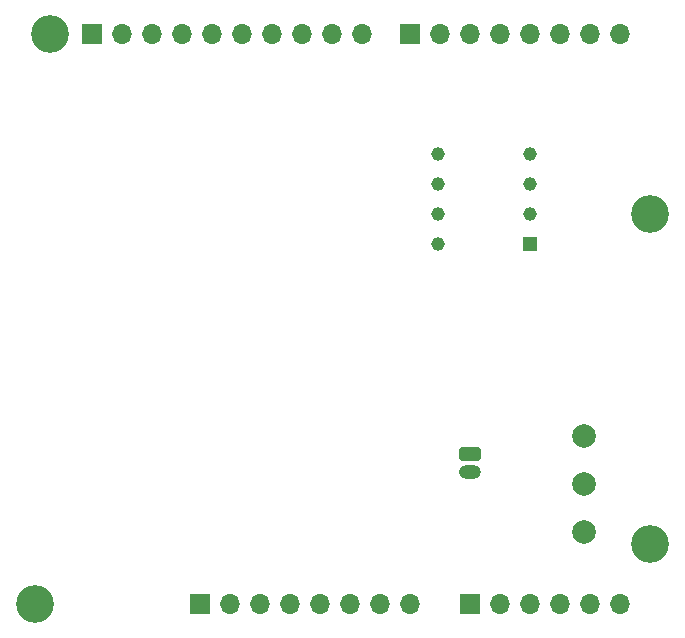
<source format=gbr>
%TF.GenerationSoftware,KiCad,Pcbnew,7.0.11-7.0.11~ubuntu22.04.1*%
%TF.CreationDate,2024-03-05T16:18:53-05:00*%
%TF.ProjectId,PCB,5043422e-6b69-4636-9164-5f7063625858,rev?*%
%TF.SameCoordinates,Original*%
%TF.FileFunction,Soldermask,Bot*%
%TF.FilePolarity,Negative*%
%FSLAX46Y46*%
G04 Gerber Fmt 4.6, Leading zero omitted, Abs format (unit mm)*
G04 Created by KiCad (PCBNEW 7.0.11-7.0.11~ubuntu22.04.1) date 2024-03-05 16:18:53*
%MOMM*%
%LPD*%
G01*
G04 APERTURE LIST*
G04 Aperture macros list*
%AMRoundRect*
0 Rectangle with rounded corners*
0 $1 Rounding radius*
0 $2 $3 $4 $5 $6 $7 $8 $9 X,Y pos of 4 corners*
0 Add a 4 corners polygon primitive as box body*
4,1,4,$2,$3,$4,$5,$6,$7,$8,$9,$2,$3,0*
0 Add four circle primitives for the rounded corners*
1,1,$1+$1,$2,$3*
1,1,$1+$1,$4,$5*
1,1,$1+$1,$6,$7*
1,1,$1+$1,$8,$9*
0 Add four rect primitives between the rounded corners*
20,1,$1+$1,$2,$3,$4,$5,0*
20,1,$1+$1,$4,$5,$6,$7,0*
20,1,$1+$1,$6,$7,$8,$9,0*
20,1,$1+$1,$8,$9,$2,$3,0*%
G04 Aperture macros list end*
%ADD10R,1.700000X1.700000*%
%ADD11O,1.700000X1.700000*%
%ADD12C,2.000000*%
%ADD13R,1.159000X1.159000*%
%ADD14C,1.159000*%
%ADD15C,3.200000*%
%ADD16RoundRect,0.250000X-0.685000X0.335000X-0.685000X-0.335000X0.685000X-0.335000X0.685000X0.335000X0*%
%ADD17O,1.870000X1.170000*%
G04 APERTURE END LIST*
D10*
%TO.C,J1*%
X127940000Y-97460000D03*
D11*
X130480000Y-97460000D03*
X133020000Y-97460000D03*
X135560000Y-97460000D03*
X138100000Y-97460000D03*
X140640000Y-97460000D03*
X143180000Y-97460000D03*
X145720000Y-97460000D03*
%TD*%
D10*
%TO.C,J3*%
X150800000Y-97460000D03*
D11*
X153340000Y-97460000D03*
X155880000Y-97460000D03*
X158420000Y-97460000D03*
X160960000Y-97460000D03*
X163500000Y-97460000D03*
%TD*%
D10*
%TO.C,J2*%
X118796000Y-49200000D03*
D11*
X121336000Y-49200000D03*
X123876000Y-49200000D03*
X126416000Y-49200000D03*
X128956000Y-49200000D03*
X131496000Y-49200000D03*
X134036000Y-49200000D03*
X136576000Y-49200000D03*
X139116000Y-49200000D03*
X141656000Y-49200000D03*
%TD*%
D10*
%TO.C,J4*%
X145720000Y-49200000D03*
D11*
X148260000Y-49200000D03*
X150800000Y-49200000D03*
X153340000Y-49200000D03*
X155880000Y-49200000D03*
X158420000Y-49200000D03*
X160960000Y-49200000D03*
X163500000Y-49200000D03*
%TD*%
D12*
%TO.C,J8*%
X160401200Y-91350000D03*
%TD*%
D13*
%TO.C,U1*%
X155880000Y-66980000D03*
D14*
X155880000Y-64440000D03*
X155880000Y-61900000D03*
X155880000Y-59360000D03*
X148070000Y-59360000D03*
X148070000Y-61900000D03*
X148070000Y-64440000D03*
X148070000Y-66980000D03*
%TD*%
D15*
%TO.C,MH1*%
X115240000Y-49200000D03*
%TD*%
D12*
%TO.C,J5*%
X160401200Y-83250000D03*
%TD*%
D16*
%TO.C,J6*%
X150800000Y-84760000D03*
D17*
X150800000Y-86260000D03*
%TD*%
D12*
%TO.C,J7*%
X160401200Y-87300000D03*
%TD*%
D15*
%TO.C,MH2*%
X113970000Y-97460000D03*
%TD*%
%TO.C,MH3*%
X166040000Y-64440000D03*
%TD*%
%TO.C,MH4*%
X166040000Y-92380000D03*
%TD*%
M02*

</source>
